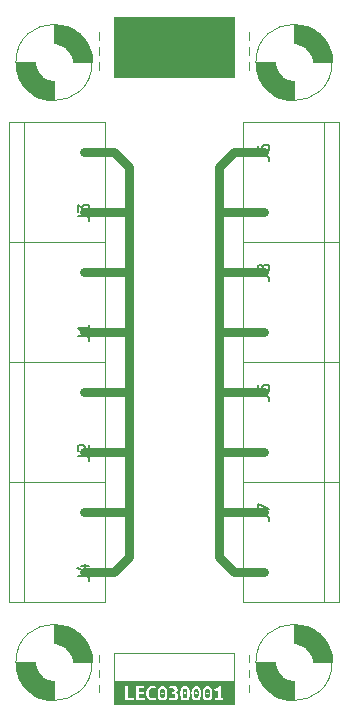
<source format=gto>
G04 #@! TF.GenerationSoftware,KiCad,Pcbnew,6.0.9-8da3e8f707~116~ubuntu20.04.1*
G04 #@! TF.CreationDate,2023-04-19T17:37:20+00:00*
G04 #@! TF.ProjectId,LEC030001,4c454330-3330-4303-9031-2e6b69636164,rev?*
G04 #@! TF.SameCoordinates,Original*
G04 #@! TF.FileFunction,Legend,Top*
G04 #@! TF.FilePolarity,Positive*
%FSLAX46Y46*%
G04 Gerber Fmt 4.6, Leading zero omitted, Abs format (unit mm)*
G04 Created by KiCad (PCBNEW 6.0.9-8da3e8f707~116~ubuntu20.04.1) date 2023-04-19 17:37:20*
%MOMM*%
%LPD*%
G01*
G04 APERTURE LIST*
%ADD10C,0.800000*%
%ADD11C,0.120000*%
%ADD12C,0.100000*%
%ADD13C,0.150000*%
%ADD14C,0.010000*%
G04 APERTURE END LIST*
D10*
X187960000Y-58420000D02*
X185420000Y-58420000D01*
X189230000Y-59690000D02*
X187960000Y-58420000D01*
X189230000Y-83820000D02*
X185420000Y-83820000D01*
X189230000Y-88900000D02*
X185420000Y-88900000D01*
X189230000Y-73660000D02*
X185420000Y-73660000D01*
X189230000Y-63500000D02*
X185420000Y-63500000D01*
X189230000Y-78740000D02*
X185420000Y-78740000D01*
X189230000Y-68580000D02*
X185420000Y-68580000D01*
X185420000Y-93980000D02*
X186690000Y-93980000D01*
X187960000Y-93980000D02*
X189230000Y-92710000D01*
X186690000Y-93980000D02*
X187960000Y-93980000D01*
X189230000Y-92710000D02*
X189230000Y-59690000D01*
D11*
X198120000Y-100830000D02*
X187960000Y-100830000D01*
X186690000Y-48260000D02*
X186690000Y-48895000D01*
D12*
G36*
X198120000Y-52070000D02*
G01*
X187960000Y-52070000D01*
X187960000Y-46990000D01*
X198120000Y-46990000D01*
X198120000Y-52070000D01*
G37*
X198120000Y-52070000D02*
X187960000Y-52070000D01*
X187960000Y-46990000D01*
X198120000Y-46990000D01*
X198120000Y-52070000D01*
D10*
X196850000Y-88900000D02*
X200660000Y-88900000D01*
D11*
X186690000Y-100965000D02*
X186690000Y-101600000D01*
D10*
X200660000Y-63500000D02*
X196850000Y-63500000D01*
D11*
X199390000Y-102870000D02*
X199390000Y-102235000D01*
D10*
X196850000Y-78740000D02*
X200660000Y-78740000D01*
D11*
X198120000Y-104910000D02*
X198120000Y-100830000D01*
D10*
X196850000Y-92710000D02*
X196850000Y-59690000D01*
X196850000Y-59690000D02*
X198120000Y-58420000D01*
D11*
X186690000Y-49530000D02*
X186690000Y-50165000D01*
X199390000Y-101600000D02*
X199390000Y-100965000D01*
D10*
X198120000Y-58420000D02*
X200660000Y-58420000D01*
D11*
X187960000Y-104910000D02*
X198120000Y-104910000D01*
X199390000Y-104140000D02*
X199390000Y-103505000D01*
X199390000Y-49530000D02*
X199390000Y-50165000D01*
D10*
X200660000Y-93980000D02*
X198120000Y-93980000D01*
X200660000Y-83820000D02*
X196850000Y-83820000D01*
D11*
X199390000Y-48260000D02*
X199390000Y-48895000D01*
X187960000Y-100830000D02*
X187960000Y-104910000D01*
X186690000Y-103505000D02*
X186690000Y-104140000D01*
X186690000Y-50800000D02*
X186690000Y-51435000D01*
X199390000Y-50800000D02*
X199390000Y-51435000D01*
D10*
X200660000Y-73660000D02*
X196850000Y-73660000D01*
X196850000Y-68580000D02*
X200660000Y-68580000D01*
D11*
X186690000Y-102235000D02*
X186690000Y-102870000D01*
D10*
X198120000Y-93980000D02*
X196850000Y-92710000D01*
D13*
G04 #@! TO.C,J5*
X200112380Y-79073333D02*
X200826666Y-79073333D01*
X200969523Y-79120952D01*
X201064761Y-79216190D01*
X201112380Y-79359047D01*
X201112380Y-79454285D01*
X200112380Y-78120952D02*
X200112380Y-78597142D01*
X200588571Y-78644761D01*
X200540952Y-78597142D01*
X200493333Y-78501904D01*
X200493333Y-78263809D01*
X200540952Y-78168571D01*
X200588571Y-78120952D01*
X200683809Y-78073333D01*
X200921904Y-78073333D01*
X201017142Y-78120952D01*
X201064761Y-78168571D01*
X201112380Y-78263809D01*
X201112380Y-78501904D01*
X201064761Y-78597142D01*
X201017142Y-78644761D01*
G04 #@! TO.C,J6*
X200112380Y-58753333D02*
X200826666Y-58753333D01*
X200969523Y-58800952D01*
X201064761Y-58896190D01*
X201112380Y-59039047D01*
X201112380Y-59134285D01*
X200112380Y-57848571D02*
X200112380Y-58039047D01*
X200160000Y-58134285D01*
X200207619Y-58181904D01*
X200350476Y-58277142D01*
X200540952Y-58324761D01*
X200921904Y-58324761D01*
X201017142Y-58277142D01*
X201064761Y-58229523D01*
X201112380Y-58134285D01*
X201112380Y-57943809D01*
X201064761Y-57848571D01*
X201017142Y-57800952D01*
X200921904Y-57753333D01*
X200683809Y-57753333D01*
X200588571Y-57800952D01*
X200540952Y-57848571D01*
X200493333Y-57943809D01*
X200493333Y-58134285D01*
X200540952Y-58229523D01*
X200588571Y-58277142D01*
X200683809Y-58324761D01*
G04 #@! TO.C,J7*
X200112380Y-89233333D02*
X200826666Y-89233333D01*
X200969523Y-89280952D01*
X201064761Y-89376190D01*
X201112380Y-89519047D01*
X201112380Y-89614285D01*
X200112380Y-88852380D02*
X200112380Y-88185714D01*
X201112380Y-88614285D01*
G04 #@! TO.C,J8*
X200112380Y-68913333D02*
X200826666Y-68913333D01*
X200969523Y-68960952D01*
X201064761Y-69056190D01*
X201112380Y-69199047D01*
X201112380Y-69294285D01*
X200540952Y-68294285D02*
X200493333Y-68389523D01*
X200445714Y-68437142D01*
X200350476Y-68484761D01*
X200302857Y-68484761D01*
X200207619Y-68437142D01*
X200160000Y-68389523D01*
X200112380Y-68294285D01*
X200112380Y-68103809D01*
X200160000Y-68008571D01*
X200207619Y-67960952D01*
X200302857Y-67913333D01*
X200350476Y-67913333D01*
X200445714Y-67960952D01*
X200493333Y-68008571D01*
X200540952Y-68103809D01*
X200540952Y-68294285D01*
X200588571Y-68389523D01*
X200636190Y-68437142D01*
X200731428Y-68484761D01*
X200921904Y-68484761D01*
X201017142Y-68437142D01*
X201064761Y-68389523D01*
X201112380Y-68294285D01*
X201112380Y-68103809D01*
X201064761Y-68008571D01*
X201017142Y-67960952D01*
X200921904Y-67913333D01*
X200731428Y-67913333D01*
X200636190Y-67960952D01*
X200588571Y-68008571D01*
X200540952Y-68103809D01*
G04 #@! TO.C,J2*
X184872380Y-84153333D02*
X185586666Y-84153333D01*
X185729523Y-84200952D01*
X185824761Y-84296190D01*
X185872380Y-84439047D01*
X185872380Y-84534285D01*
X184967619Y-83724761D02*
X184920000Y-83677142D01*
X184872380Y-83581904D01*
X184872380Y-83343809D01*
X184920000Y-83248571D01*
X184967619Y-83200952D01*
X185062857Y-83153333D01*
X185158095Y-83153333D01*
X185300952Y-83200952D01*
X185872380Y-83772380D01*
X185872380Y-83153333D01*
G04 #@! TO.C,J1*
X184872380Y-73993333D02*
X185586666Y-73993333D01*
X185729523Y-74040952D01*
X185824761Y-74136190D01*
X185872380Y-74279047D01*
X185872380Y-74374285D01*
X185872380Y-72993333D02*
X185872380Y-73564761D01*
X185872380Y-73279047D02*
X184872380Y-73279047D01*
X185015238Y-73374285D01*
X185110476Y-73469523D01*
X185158095Y-73564761D01*
G04 #@! TO.C,J4*
X184872380Y-94313333D02*
X185586666Y-94313333D01*
X185729523Y-94360952D01*
X185824761Y-94456190D01*
X185872380Y-94599047D01*
X185872380Y-94694285D01*
X185205714Y-93408571D02*
X185872380Y-93408571D01*
X184824761Y-93646666D02*
X185539047Y-93884761D01*
X185539047Y-93265714D01*
G04 #@! TO.C,J3*
X184872380Y-63833333D02*
X185586666Y-63833333D01*
X185729523Y-63880952D01*
X185824761Y-63976190D01*
X185872380Y-64119047D01*
X185872380Y-64214285D01*
X184872380Y-63452380D02*
X184872380Y-62833333D01*
X185253333Y-63166666D01*
X185253333Y-63023809D01*
X185300952Y-62928571D01*
X185348571Y-62880952D01*
X185443809Y-62833333D01*
X185681904Y-62833333D01*
X185777142Y-62880952D01*
X185824761Y-62928571D01*
X185872380Y-63023809D01*
X185872380Y-63309523D01*
X185824761Y-63404761D01*
X185777142Y-63452380D01*
D11*
G04 #@! TO.C,H3*
X206424903Y-101600000D02*
G75*
G03*
X206424903Y-101600000I-3224903J0D01*
G01*
G36*
X201600000Y-101700000D02*
G01*
X201700000Y-102100000D01*
X201900000Y-102500000D01*
X202300000Y-102900000D01*
X202700000Y-103100000D01*
X203100000Y-103200000D01*
X203200000Y-103200000D01*
X203200000Y-104824903D01*
X202700000Y-104800000D01*
X201700000Y-104500000D01*
X200900000Y-103900000D01*
X200400000Y-103200000D01*
X200100000Y-102500000D01*
X200000000Y-102100000D01*
X200000000Y-101600000D01*
X201600000Y-101600000D01*
X201600000Y-101700000D01*
G37*
D14*
X201600000Y-101700000D02*
X201700000Y-102100000D01*
X201900000Y-102500000D01*
X202300000Y-102900000D01*
X202700000Y-103100000D01*
X203100000Y-103200000D01*
X203200000Y-103200000D01*
X203200000Y-104824903D01*
X202700000Y-104800000D01*
X201700000Y-104500000D01*
X200900000Y-103900000D01*
X200400000Y-103200000D01*
X200100000Y-102500000D01*
X200000000Y-102100000D01*
X200000000Y-101600000D01*
X201600000Y-101600000D01*
X201600000Y-101700000D01*
G36*
X203700000Y-98400000D02*
G01*
X204700000Y-98700000D01*
X205500000Y-99300000D01*
X206000000Y-100000000D01*
X206300000Y-100700000D01*
X206400000Y-101100000D01*
X206400000Y-101600000D01*
X204800000Y-101600000D01*
X204800000Y-101500000D01*
X204700000Y-101100000D01*
X204500000Y-100700000D01*
X204100000Y-100300000D01*
X203700000Y-100100000D01*
X203300000Y-100000000D01*
X203200000Y-100000000D01*
X203200000Y-98375097D01*
X203700000Y-98400000D01*
G37*
X203700000Y-98400000D02*
X204700000Y-98700000D01*
X205500000Y-99300000D01*
X206000000Y-100000000D01*
X206300000Y-100700000D01*
X206400000Y-101100000D01*
X206400000Y-101600000D01*
X204800000Y-101600000D01*
X204800000Y-101500000D01*
X204700000Y-101100000D01*
X204500000Y-100700000D01*
X204100000Y-100300000D01*
X203700000Y-100100000D01*
X203300000Y-100000000D01*
X203200000Y-100000000D01*
X203200000Y-98375097D01*
X203700000Y-98400000D01*
D11*
G04 #@! TO.C,H4*
X206424903Y-50800000D02*
G75*
G03*
X206424903Y-50800000I-3224903J0D01*
G01*
G36*
X201600000Y-50900000D02*
G01*
X201700000Y-51300000D01*
X201900000Y-51700000D01*
X202300000Y-52100000D01*
X202700000Y-52300000D01*
X203100000Y-52400000D01*
X203200000Y-52400000D01*
X203200000Y-54024903D01*
X202700000Y-54000000D01*
X201700000Y-53700000D01*
X200900000Y-53100000D01*
X200400000Y-52400000D01*
X200100000Y-51700000D01*
X200000000Y-51300000D01*
X200000000Y-50800000D01*
X201600000Y-50800000D01*
X201600000Y-50900000D01*
G37*
D14*
X201600000Y-50900000D02*
X201700000Y-51300000D01*
X201900000Y-51700000D01*
X202300000Y-52100000D01*
X202700000Y-52300000D01*
X203100000Y-52400000D01*
X203200000Y-52400000D01*
X203200000Y-54024903D01*
X202700000Y-54000000D01*
X201700000Y-53700000D01*
X200900000Y-53100000D01*
X200400000Y-52400000D01*
X200100000Y-51700000D01*
X200000000Y-51300000D01*
X200000000Y-50800000D01*
X201600000Y-50800000D01*
X201600000Y-50900000D01*
G36*
X203700000Y-47600000D02*
G01*
X204700000Y-47900000D01*
X205500000Y-48500000D01*
X206000000Y-49200000D01*
X206300000Y-49900000D01*
X206400000Y-50300000D01*
X206400000Y-50800000D01*
X204800000Y-50800000D01*
X204800000Y-50700000D01*
X204700000Y-50300000D01*
X204500000Y-49900000D01*
X204100000Y-49500000D01*
X203700000Y-49300000D01*
X203300000Y-49200000D01*
X203200000Y-49200000D01*
X203200000Y-47575097D01*
X203700000Y-47600000D01*
G37*
X203700000Y-47600000D02*
X204700000Y-47900000D01*
X205500000Y-48500000D01*
X206000000Y-49200000D01*
X206300000Y-49900000D01*
X206400000Y-50300000D01*
X206400000Y-50800000D01*
X204800000Y-50800000D01*
X204800000Y-50700000D01*
X204700000Y-50300000D01*
X204500000Y-49900000D01*
X204100000Y-49500000D01*
X203700000Y-49300000D01*
X203300000Y-49200000D01*
X203200000Y-49200000D01*
X203200000Y-47575097D01*
X203700000Y-47600000D01*
D11*
G04 #@! TO.C,J5*
X207010000Y-86360000D02*
X207010000Y-76200000D01*
X207010000Y-76200000D02*
X198890000Y-76200000D01*
X198890000Y-76200000D02*
X198890000Y-86360000D01*
X198890000Y-86360000D02*
X207010000Y-86360000D01*
X205740000Y-76200000D02*
X205740000Y-86360000D01*
G04 #@! TO.C,J6*
X207010000Y-66040000D02*
X207010000Y-55880000D01*
X205740000Y-55880000D02*
X205740000Y-66040000D01*
X198890000Y-66040000D02*
X207010000Y-66040000D01*
X207010000Y-55880000D02*
X198890000Y-55880000D01*
X198890000Y-55880000D02*
X198890000Y-66040000D01*
G04 #@! TO.C,J7*
X207010000Y-96520000D02*
X207010000Y-86360000D01*
X207010000Y-86360000D02*
X198890000Y-86360000D01*
X205740000Y-86360000D02*
X205740000Y-96520000D01*
X198890000Y-96520000D02*
X207010000Y-96520000D01*
X198890000Y-86360000D02*
X198890000Y-96520000D01*
G04 #@! TO.C,J8*
X207010000Y-76200000D02*
X207010000Y-66040000D01*
X207010000Y-66040000D02*
X198890000Y-66040000D01*
X198890000Y-66040000D02*
X198890000Y-76200000D01*
X205740000Y-66040000D02*
X205740000Y-76200000D01*
X198890000Y-76200000D02*
X207010000Y-76200000D01*
G04 #@! TO.C,J2*
X187180000Y-76180000D02*
X179070000Y-76200000D01*
X179070000Y-86360000D02*
X187180000Y-86360000D01*
X180340000Y-86360000D02*
X180340000Y-76200000D01*
X179070000Y-76200000D02*
X179070000Y-86360000D01*
X187180000Y-86360000D02*
X187180000Y-76200000D01*
G04 #@! TO.C,H2*
X186104903Y-50800000D02*
G75*
G03*
X186104903Y-50800000I-3224903J0D01*
G01*
G36*
X183380000Y-47600000D02*
G01*
X184380000Y-47900000D01*
X185180000Y-48500000D01*
X185680000Y-49200000D01*
X185980000Y-49900000D01*
X186080000Y-50300000D01*
X186080000Y-50800000D01*
X184480000Y-50800000D01*
X184480000Y-50700000D01*
X184380000Y-50300000D01*
X184180000Y-49900000D01*
X183780000Y-49500000D01*
X183380000Y-49300000D01*
X182980000Y-49200000D01*
X182880000Y-49200000D01*
X182880000Y-47575097D01*
X183380000Y-47600000D01*
G37*
D14*
X183380000Y-47600000D02*
X184380000Y-47900000D01*
X185180000Y-48500000D01*
X185680000Y-49200000D01*
X185980000Y-49900000D01*
X186080000Y-50300000D01*
X186080000Y-50800000D01*
X184480000Y-50800000D01*
X184480000Y-50700000D01*
X184380000Y-50300000D01*
X184180000Y-49900000D01*
X183780000Y-49500000D01*
X183380000Y-49300000D01*
X182980000Y-49200000D01*
X182880000Y-49200000D01*
X182880000Y-47575097D01*
X183380000Y-47600000D01*
G36*
X181280000Y-50900000D02*
G01*
X181380000Y-51300000D01*
X181580000Y-51700000D01*
X181980000Y-52100000D01*
X182380000Y-52300000D01*
X182780000Y-52400000D01*
X182880000Y-52400000D01*
X182880000Y-54024903D01*
X182380000Y-54000000D01*
X181380000Y-53700000D01*
X180580000Y-53100000D01*
X180080000Y-52400000D01*
X179780000Y-51700000D01*
X179680000Y-51300000D01*
X179680000Y-50800000D01*
X181280000Y-50800000D01*
X181280000Y-50900000D01*
G37*
X181280000Y-50900000D02*
X181380000Y-51300000D01*
X181580000Y-51700000D01*
X181980000Y-52100000D01*
X182380000Y-52300000D01*
X182780000Y-52400000D01*
X182880000Y-52400000D01*
X182880000Y-54024903D01*
X182380000Y-54000000D01*
X181380000Y-53700000D01*
X180580000Y-53100000D01*
X180080000Y-52400000D01*
X179780000Y-51700000D01*
X179680000Y-51300000D01*
X179680000Y-50800000D01*
X181280000Y-50800000D01*
X181280000Y-50900000D01*
D11*
G04 #@! TO.C,H1*
X186104903Y-101600000D02*
G75*
G03*
X186104903Y-101600000I-3224903J0D01*
G01*
G36*
X181280000Y-101700000D02*
G01*
X181380000Y-102100000D01*
X181580000Y-102500000D01*
X181980000Y-102900000D01*
X182380000Y-103100000D01*
X182780000Y-103200000D01*
X182880000Y-103200000D01*
X182880000Y-104824903D01*
X182380000Y-104800000D01*
X181380000Y-104500000D01*
X180580000Y-103900000D01*
X180080000Y-103200000D01*
X179780000Y-102500000D01*
X179680000Y-102100000D01*
X179680000Y-101600000D01*
X181280000Y-101600000D01*
X181280000Y-101700000D01*
G37*
D14*
X181280000Y-101700000D02*
X181380000Y-102100000D01*
X181580000Y-102500000D01*
X181980000Y-102900000D01*
X182380000Y-103100000D01*
X182780000Y-103200000D01*
X182880000Y-103200000D01*
X182880000Y-104824903D01*
X182380000Y-104800000D01*
X181380000Y-104500000D01*
X180580000Y-103900000D01*
X180080000Y-103200000D01*
X179780000Y-102500000D01*
X179680000Y-102100000D01*
X179680000Y-101600000D01*
X181280000Y-101600000D01*
X181280000Y-101700000D01*
G36*
X183380000Y-98400000D02*
G01*
X184380000Y-98700000D01*
X185180000Y-99300000D01*
X185680000Y-100000000D01*
X185980000Y-100700000D01*
X186080000Y-101100000D01*
X186080000Y-101600000D01*
X184480000Y-101600000D01*
X184480000Y-101500000D01*
X184380000Y-101100000D01*
X184180000Y-100700000D01*
X183780000Y-100300000D01*
X183380000Y-100100000D01*
X182980000Y-100000000D01*
X182880000Y-100000000D01*
X182880000Y-98375097D01*
X183380000Y-98400000D01*
G37*
X183380000Y-98400000D02*
X184380000Y-98700000D01*
X185180000Y-99300000D01*
X185680000Y-100000000D01*
X185980000Y-100700000D01*
X186080000Y-101100000D01*
X186080000Y-101600000D01*
X184480000Y-101600000D01*
X184480000Y-101500000D01*
X184380000Y-101100000D01*
X184180000Y-100700000D01*
X183780000Y-100300000D01*
X183380000Y-100100000D01*
X182980000Y-100000000D01*
X182880000Y-100000000D01*
X182880000Y-98375097D01*
X183380000Y-98400000D01*
D11*
G04 #@! TO.C,J1*
X179070000Y-66040000D02*
X179070000Y-76200000D01*
X187180000Y-66020000D02*
X179070000Y-66040000D01*
X180340000Y-76200000D02*
X180340000Y-66040000D01*
X179070000Y-76200000D02*
X187180000Y-76200000D01*
X187180000Y-76200000D02*
X187180000Y-66040000D01*
G04 #@! TO.C,J4*
X187180000Y-86340000D02*
X179070000Y-86360000D01*
X187180000Y-96520000D02*
X187180000Y-86360000D01*
X179070000Y-96520000D02*
X187180000Y-96520000D01*
X179070000Y-86360000D02*
X179070000Y-96520000D01*
X180340000Y-96520000D02*
X180340000Y-86360000D01*
G04 #@! TO.C,J3*
X187180000Y-66040000D02*
X187180000Y-55880000D01*
X187180000Y-55860000D02*
X179070000Y-55880000D01*
X179070000Y-55880000D02*
X179070000Y-66040000D01*
X179070000Y-66040000D02*
X187180000Y-66040000D01*
X180340000Y-66040000D02*
X180340000Y-55880000D01*
G04 #@! TO.C,kibuzzard-627E86E4*
G36*
X198176302Y-105212190D02*
G01*
X187923698Y-105212190D01*
X187923698Y-104790550D01*
X188870430Y-104790550D01*
X189611475Y-104790550D01*
X189807690Y-104790550D01*
X190563975Y-104790550D01*
X190563975Y-104596240D01*
X190042005Y-104596240D01*
X190042005Y-104264770D01*
X190459200Y-104264770D01*
X190459200Y-104200000D01*
X190691610Y-104200000D01*
X190699825Y-104339184D01*
X190724471Y-104461461D01*
X190765548Y-104566832D01*
X190823055Y-104655295D01*
X190923808Y-104744195D01*
X191050808Y-104797535D01*
X191204055Y-104815315D01*
X191308116Y-104808886D01*
X191399317Y-104789598D01*
X191533620Y-104733400D01*
X191474565Y-104548615D01*
X191378362Y-104590525D01*
X191226915Y-104611480D01*
X191090946Y-104584572D01*
X190999267Y-104503848D01*
X190960638Y-104421615D01*
X190937461Y-104318428D01*
X190929972Y-104198095D01*
X191659350Y-104198095D01*
X191665898Y-104344304D01*
X191685544Y-104470510D01*
X191718286Y-104576714D01*
X191764125Y-104662915D01*
X191844558Y-104747582D01*
X191946158Y-104798382D01*
X192068925Y-104815315D01*
X192191692Y-104798382D01*
X192287366Y-104750545D01*
X192623280Y-104750545D01*
X192682335Y-104771500D01*
X192765202Y-104792455D01*
X192858547Y-104808648D01*
X192950940Y-104815315D01*
X193060954Y-104808409D01*
X193154775Y-104787693D01*
X193232880Y-104754355D01*
X193295745Y-104709588D01*
X193377660Y-104590525D01*
X193404330Y-104440030D01*
X193391709Y-104344304D01*
X193353848Y-104262865D01*
X193293569Y-104198095D01*
X193564350Y-104198095D01*
X193570898Y-104344304D01*
X193590544Y-104470510D01*
X193623286Y-104576714D01*
X193669125Y-104662915D01*
X193749558Y-104747582D01*
X193851158Y-104798382D01*
X193973925Y-104815315D01*
X194096692Y-104798382D01*
X194198292Y-104747582D01*
X194278725Y-104662915D01*
X194324564Y-104576714D01*
X194357306Y-104470510D01*
X194376952Y-104344304D01*
X194383500Y-104198095D01*
X194516850Y-104198095D01*
X194523398Y-104344304D01*
X194543044Y-104470510D01*
X194575786Y-104576714D01*
X194621625Y-104662915D01*
X194702058Y-104747582D01*
X194803658Y-104798382D01*
X194926425Y-104815315D01*
X195049192Y-104798382D01*
X195150792Y-104747582D01*
X195231225Y-104662915D01*
X195277064Y-104576714D01*
X195309806Y-104470510D01*
X195329452Y-104344304D01*
X195336000Y-104198095D01*
X195469350Y-104198095D01*
X195475898Y-104344304D01*
X195495544Y-104470510D01*
X195528286Y-104576714D01*
X195574125Y-104662915D01*
X195654558Y-104747582D01*
X195756158Y-104798382D01*
X195878925Y-104815315D01*
X196001692Y-104798382D01*
X196103292Y-104747582D01*
X196183725Y-104662915D01*
X196229564Y-104576714D01*
X196262306Y-104470510D01*
X196281952Y-104344304D01*
X196288500Y-104198095D01*
X196281952Y-104052779D01*
X196262306Y-103927347D01*
X196240515Y-103857100D01*
X196446615Y-103857100D01*
X196522815Y-104051410D01*
X196639020Y-104004737D01*
X196760940Y-103937110D01*
X196760940Y-104596240D01*
X196513290Y-104596240D01*
X196513290Y-104790550D01*
X197229570Y-104790550D01*
X197229570Y-104596240D01*
X196995255Y-104596240D01*
X196995255Y-103611355D01*
X196835235Y-103611355D01*
X196753320Y-103685650D01*
X196652355Y-103754230D01*
X196545675Y-103813285D01*
X196446615Y-103857100D01*
X196240515Y-103857100D01*
X196229564Y-103821798D01*
X196183725Y-103736132D01*
X196103292Y-103651995D01*
X196001692Y-103601512D01*
X195878925Y-103584685D01*
X195758063Y-103601618D01*
X195657098Y-103652418D01*
X195576030Y-103737085D01*
X195529358Y-103823048D01*
X195496020Y-103928537D01*
X195476018Y-104053553D01*
X195469350Y-104198095D01*
X195336000Y-104198095D01*
X195329452Y-104052779D01*
X195309806Y-103927347D01*
X195277064Y-103821798D01*
X195231225Y-103736132D01*
X195150792Y-103651995D01*
X195049192Y-103601512D01*
X194926425Y-103584685D01*
X194805563Y-103601618D01*
X194704598Y-103652418D01*
X194623530Y-103737085D01*
X194576858Y-103823048D01*
X194543520Y-103928537D01*
X194523518Y-104053553D01*
X194516850Y-104198095D01*
X194383500Y-104198095D01*
X194376952Y-104052779D01*
X194357306Y-103927347D01*
X194324564Y-103821798D01*
X194278725Y-103736132D01*
X194198292Y-103651995D01*
X194096692Y-103601512D01*
X193973925Y-103584685D01*
X193853063Y-103601618D01*
X193752098Y-103652418D01*
X193671030Y-103737085D01*
X193624358Y-103823048D01*
X193591020Y-103928537D01*
X193571018Y-104053553D01*
X193564350Y-104198095D01*
X193293569Y-104198095D01*
X193293126Y-104197619D01*
X193211925Y-104150470D01*
X193318605Y-104051410D01*
X193358610Y-103916155D01*
X193335750Y-103784710D01*
X193265265Y-103678982D01*
X193144298Y-103609450D01*
X193064526Y-103590876D01*
X192971895Y-103584685D01*
X192870692Y-103593496D01*
X192780442Y-103619927D01*
X192644235Y-103689460D01*
X192728055Y-103860910D01*
X192841402Y-103806617D01*
X192973800Y-103784710D01*
X193081433Y-103821857D01*
X193120485Y-103923775D01*
X193102388Y-103996165D01*
X193055715Y-104041885D01*
X192990945Y-104066650D01*
X192918555Y-104074270D01*
X192830925Y-104074270D01*
X192830925Y-104268580D01*
X192903315Y-104268580D01*
X193007614Y-104277867D01*
X193091910Y-104305728D01*
X193147631Y-104356924D01*
X193166205Y-104436220D01*
X193117628Y-104563855D01*
X193051191Y-104602431D01*
X192949035Y-104615290D01*
X192858786Y-104610051D01*
X192782347Y-104594335D01*
X192669000Y-104554330D01*
X192623280Y-104750545D01*
X192287366Y-104750545D01*
X192293292Y-104747582D01*
X192373725Y-104662915D01*
X192419564Y-104576714D01*
X192452306Y-104470510D01*
X192471952Y-104344304D01*
X192478500Y-104198095D01*
X192471952Y-104052779D01*
X192452306Y-103927347D01*
X192419564Y-103821798D01*
X192373725Y-103736132D01*
X192293292Y-103651995D01*
X192191692Y-103601512D01*
X192068925Y-103584685D01*
X191948063Y-103601618D01*
X191847098Y-103652418D01*
X191766030Y-103737085D01*
X191719357Y-103823048D01*
X191686020Y-103928537D01*
X191666017Y-104053553D01*
X191659350Y-104198095D01*
X190929972Y-104198095D01*
X190929735Y-104194285D01*
X190936164Y-104087605D01*
X190955452Y-103999975D01*
X191022127Y-103875197D01*
X191115472Y-103808522D01*
X191223105Y-103788520D01*
X191365027Y-103808522D01*
X191470755Y-103857100D01*
X191531715Y-103670410D01*
X191492662Y-103647550D01*
X191428845Y-103618975D01*
X191340262Y-103595162D01*
X191226915Y-103584685D01*
X191115234Y-103594924D01*
X191012602Y-103625642D01*
X190921162Y-103676125D01*
X190843057Y-103745657D01*
X190779478Y-103833526D01*
X190731615Y-103939015D01*
X190701611Y-104061411D01*
X190691610Y-104200000D01*
X190459200Y-104200000D01*
X190459200Y-104070460D01*
X190042005Y-104070460D01*
X190042005Y-103805665D01*
X190522065Y-103805665D01*
X190522065Y-103611355D01*
X189807690Y-103611355D01*
X189807690Y-104790550D01*
X189611475Y-104790550D01*
X189611475Y-104596240D01*
X189106650Y-104596240D01*
X189106650Y-103611355D01*
X188870430Y-103611355D01*
X188870430Y-104790550D01*
X187923698Y-104790550D01*
X187923698Y-103187810D01*
X198176302Y-103187810D01*
X198176302Y-105212190D01*
G37*
G36*
X196071436Y-104323084D02*
G01*
X196054608Y-104426272D01*
X196026563Y-104507658D01*
X195964412Y-104586953D01*
X195878925Y-104613385D01*
X195794629Y-104586953D01*
X195732240Y-104507658D01*
X195703665Y-104426272D01*
X195686520Y-104323084D01*
X195680805Y-104198095D01*
X195681683Y-104179045D01*
X195774150Y-104179045D01*
X195802725Y-104267628D01*
X195880830Y-104304775D01*
X195956078Y-104267628D01*
X195985605Y-104179045D01*
X195956078Y-104089510D01*
X195880830Y-104051410D01*
X195802725Y-104089510D01*
X195774150Y-104179045D01*
X195681683Y-104179045D01*
X195686520Y-104074164D01*
X195703665Y-103971612D01*
X195732240Y-103890437D01*
X195794629Y-103811142D01*
X195878925Y-103784710D01*
X195964412Y-103811142D01*
X196026563Y-103890437D01*
X196054608Y-103971612D01*
X196071436Y-104074164D01*
X196077045Y-104198095D01*
X196071436Y-104323084D01*
G37*
G36*
X195118936Y-104323084D02*
G01*
X195102108Y-104426272D01*
X195074062Y-104507658D01*
X195011912Y-104586953D01*
X194926425Y-104613385D01*
X194842129Y-104586953D01*
X194779740Y-104507658D01*
X194751165Y-104426272D01*
X194734020Y-104323084D01*
X194728305Y-104198095D01*
X194729183Y-104179045D01*
X194821650Y-104179045D01*
X194850225Y-104267628D01*
X194928330Y-104304775D01*
X195003578Y-104267628D01*
X195033105Y-104179045D01*
X195003578Y-104089510D01*
X194928330Y-104051410D01*
X194850225Y-104089510D01*
X194821650Y-104179045D01*
X194729183Y-104179045D01*
X194734020Y-104074164D01*
X194751165Y-103971612D01*
X194779740Y-103890437D01*
X194842129Y-103811142D01*
X194926425Y-103784710D01*
X195011912Y-103811142D01*
X195074062Y-103890437D01*
X195102108Y-103971612D01*
X195118936Y-104074164D01*
X195124545Y-104198095D01*
X195118936Y-104323084D01*
G37*
G36*
X194166436Y-104323084D02*
G01*
X194149608Y-104426272D01*
X194121563Y-104507658D01*
X194059412Y-104586953D01*
X193973925Y-104613385D01*
X193889629Y-104586953D01*
X193827240Y-104507658D01*
X193798665Y-104426272D01*
X193781520Y-104323084D01*
X193775805Y-104198095D01*
X193776683Y-104179045D01*
X193869150Y-104179045D01*
X193897725Y-104267628D01*
X193975830Y-104304775D01*
X194051078Y-104267628D01*
X194080605Y-104179045D01*
X194051078Y-104089510D01*
X193975830Y-104051410D01*
X193897725Y-104089510D01*
X193869150Y-104179045D01*
X193776683Y-104179045D01*
X193781520Y-104074164D01*
X193798665Y-103971612D01*
X193827240Y-103890437D01*
X193889629Y-103811142D01*
X193973925Y-103784710D01*
X194059412Y-103811142D01*
X194121563Y-103890437D01*
X194149608Y-103971612D01*
X194166436Y-104074164D01*
X194172045Y-104198095D01*
X194166436Y-104323084D01*
G37*
G36*
X192261436Y-104323084D02*
G01*
X192244608Y-104426272D01*
X192216562Y-104507658D01*
X192154412Y-104586953D01*
X192068925Y-104613385D01*
X191984629Y-104586953D01*
X191922240Y-104507658D01*
X191893665Y-104426272D01*
X191876520Y-104323084D01*
X191870805Y-104198095D01*
X191871683Y-104179045D01*
X191964150Y-104179045D01*
X191992725Y-104267628D01*
X192070830Y-104304775D01*
X192146077Y-104267628D01*
X192175605Y-104179045D01*
X192146077Y-104089510D01*
X192070830Y-104051410D01*
X191992725Y-104089510D01*
X191964150Y-104179045D01*
X191871683Y-104179045D01*
X191876520Y-104074164D01*
X191893665Y-103971612D01*
X191922240Y-103890437D01*
X191984629Y-103811142D01*
X192068925Y-103784710D01*
X192154412Y-103811142D01*
X192216562Y-103890437D01*
X192244608Y-103971612D01*
X192261436Y-104074164D01*
X192267045Y-104198095D01*
X192261436Y-104323084D01*
G37*
G04 #@! TD*
M02*

</source>
